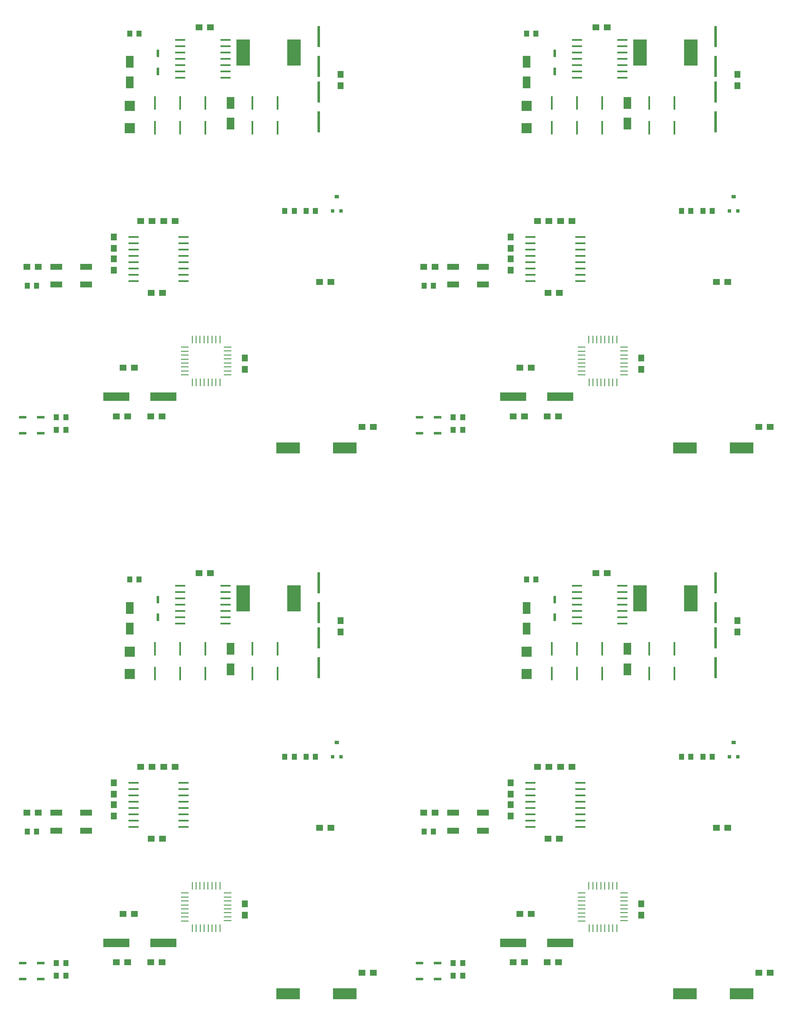
<source format=gbr>
G04 DipTrace 2.1.0.5*
%INTopPastMask.gbr*%
%MOMM*%
%ADD10C,0.25*%
%ADD11C,0.14*%
%ADD12C,0.076*%
%ADD13C,0.5*%
%ADD14C,0.508*%
%ADD15C,1.016*%
%ADD16C,0.75*%
%ADD17C,1.0*%
%ADD18C,0.033*%
%ADD19C,0.475*%
%ADD20R,1.8X0.5*%
%ADD21R,0.5X1.8*%
%ADD22R,5.5X2.0*%
%ADD23R,0.508X3.0*%
%ADD24R,1.524X1.422*%
%ADD25R,0.75X4.5*%
%ADD26R,1.422X1.524*%
%ADD27R,5.0X2.5*%
%ADD28C,1.499*%
%ADD29C,1.651*%
%ADD30C,0.1*%
%ADD31R,1.1X0.9*%
%ADD32R,1.0X0.9*%
%ADD33R,2.35X0.6*%
%ADD34C,2.286*%
%ADD35R,2.6X1.4*%
%ADD36R,1.3X1.5*%
%ADD37R,1.524X1.524*%
%ADD38C,1.524*%
%ADD39R,2.3X2.3*%
%ADD40R,2.997X5.512*%
%ADD41R,2.2X0.6*%
%ADD42R,1.85X2.55*%
%ADD43R,1.778X0.762*%
%ADD44O,1.778X0.762*%
%ADD45R,0.762X1.778*%
%ADD46O,0.762X1.778*%
%ADD47R,1.499X1.499*%
%ADD48C,1.499*%
%ADD49C,0.762*%
%ADD50C,3.0*%
%ADD51C,0.889*%
%ADD52C,0.9*%
%ADD53C,1.27*%
%ADD54C,0.203*%
%ADD55C,1.728*%
%ADD56C,1.32*%
%ADD57C,1.703*%
%ADD58C,1.295*%
%ADD59R,1.703X1.703*%
%ADD60R,1.295X1.295*%
%ADD61O,0.966X1.982*%
%ADD62O,0.558X1.574*%
%ADD63R,0.966X1.982*%
%ADD64R,0.558X1.574*%
%ADD65O,1.982X0.966*%
%ADD66O,1.574X0.558*%
%ADD67R,1.982X0.966*%
%ADD68R,1.574X0.558*%
%ADD69R,2.054X2.754*%
%ADD70R,1.646X2.346*%
%ADD71R,2.404X0.804*%
%ADD72R,1.996X0.396*%
%ADD73R,3.201X5.716*%
%ADD74R,2.793X5.308*%
%ADD75R,2.504X2.504*%
%ADD76R,2.096X2.096*%
%ADD77R,1.728X1.728*%
%ADD78R,1.32X1.32*%
%ADD79R,1.504X1.704*%
%ADD80R,1.096X1.296*%
%ADD81R,2.804X1.604*%
%ADD82R,2.396X1.196*%
%ADD83C,2.49*%
%ADD84C,2.082*%
%ADD85R,2.554X0.804*%
%ADD86R,2.146X0.396*%
%ADD87R,1.204X1.104*%
%ADD88R,0.796X0.696*%
%ADD89R,1.304X1.104*%
%ADD90R,0.896X0.696*%
%ADD91C,1.855*%
%ADD92C,1.447*%
%ADD93C,1.703*%
%ADD94C,1.295*%
%ADD95R,5.204X2.704*%
%ADD96R,4.796X2.296*%
%ADD97R,1.626X1.728*%
%ADD98R,1.218X1.32*%
%ADD99R,0.954X4.704*%
%ADD100R,0.546X4.296*%
%ADD101R,1.728X1.626*%
%ADD102R,1.32X1.218*%
%ADD103R,0.712X3.204*%
%ADD104R,0.304X2.796*%
%ADD105R,5.704X2.204*%
%ADD106R,5.296X1.796*%
%ADD107R,0.704X2.004*%
%ADD108R,0.296X1.596*%
%ADD109R,2.004X0.704*%
%ADD110R,1.596X0.296*%
%ADD111C,0.235*%
%ADD112C,0.314*%
%FSLAX53Y53*%
%SFA1B1*%
%OFA0B0*%
G04*
G71*
G90*
G75*
G01*
%LNTopPaste*%
%LPD*%
D110*
X36516Y41756D3*
Y40956D3*
Y40156D3*
Y39356D3*
Y38556D3*
Y37756D3*
Y36956D3*
Y36156D3*
D108*
X38024Y34664D3*
X38824D3*
X39624D3*
X40424D3*
X41224D3*
X42024D3*
X42824D3*
X43624D3*
D110*
X45116Y36172D3*
Y36972D3*
Y37772D3*
Y38572D3*
Y39372D3*
Y40172D3*
Y40972D3*
Y41772D3*
D108*
X43608Y43264D3*
X42808D3*
X42008D3*
X41208D3*
X40408D3*
X39608D3*
X38808D3*
X38008D3*
D106*
X22703Y31753D3*
X32203D3*
D104*
X40640Y90963D3*
Y85963D3*
D102*
X41656Y106203D3*
X39370D3*
D100*
X63500Y104298D3*
Y98298D3*
D98*
X67945Y96678D3*
Y94392D3*
D96*
X57314Y21433D3*
X68744D3*
D102*
X72238Y25720D3*
X74524D3*
D90*
X67158Y72080D3*
D88*
X66303Y69190D3*
X68028D3*
D86*
X26200Y63933D3*
Y62663D3*
Y61393D3*
Y60123D3*
Y58853D3*
Y57583D3*
Y56313D3*
Y55043D3*
X36250D3*
Y56313D3*
Y57583D3*
Y58853D3*
Y60123D3*
Y61393D3*
Y62663D3*
Y63933D3*
D102*
X34610Y67158D3*
X32324D3*
D98*
X22227Y63982D3*
Y61696D3*
Y59537D3*
Y57251D3*
D102*
X32070Y52710D3*
X29784D3*
X27625Y67158D3*
X29911D3*
D82*
X10637Y57950D3*
Y54350D3*
X16637D3*
Y57950D3*
D102*
X6985D3*
X4699D3*
D80*
X4763Y54139D3*
X6663D3*
D102*
X24100Y37596D3*
X26386D3*
D98*
X48585Y37314D3*
Y39600D3*
D76*
X25400Y85883D3*
Y90383D3*
D74*
X48260Y101123D3*
X58515D3*
D72*
X35557Y103663D3*
Y102393D3*
Y101123D3*
Y99853D3*
Y98583D3*
Y97313D3*
Y96043D3*
X44757D3*
Y97313D3*
Y98583D3*
Y99853D3*
Y101123D3*
Y102393D3*
Y103663D3*
D70*
X45720Y90963D3*
Y86813D3*
D100*
X63500Y87153D3*
Y93153D3*
D104*
X50165Y90963D3*
Y85963D3*
X35560Y90963D3*
Y85963D3*
X30480Y90963D3*
Y85963D3*
X55245Y90963D3*
Y85963D3*
D102*
X22704Y27784D3*
X24990D3*
X31912D3*
X29626D3*
D80*
X12537Y27625D3*
X10637D3*
X12537Y25085D3*
X10637D3*
D68*
X7462Y24450D3*
D66*
X3856D3*
D68*
X7462Y27625D3*
D66*
X3855D3*
D70*
X25400Y99218D3*
Y95068D3*
D80*
X27305Y104933D3*
X25405D3*
D64*
X31115Y97313D3*
D62*
Y100919D3*
D80*
X60966Y69222D3*
X62866D3*
X56679D3*
X58579D3*
D102*
X63665Y54933D3*
X65951D3*
D110*
X116516Y41756D3*
Y40956D3*
Y40156D3*
Y39356D3*
Y38556D3*
Y37756D3*
Y36956D3*
Y36156D3*
D108*
X118024Y34664D3*
X118824D3*
X119624D3*
X120424D3*
X121224D3*
X122024D3*
X122824D3*
X123624D3*
D110*
X125116Y36172D3*
Y36972D3*
Y37772D3*
Y38572D3*
Y39372D3*
Y40172D3*
Y40972D3*
Y41772D3*
D108*
X123608Y43264D3*
X122808D3*
X122008D3*
X121208D3*
X120408D3*
X119608D3*
X118808D3*
X118008D3*
D106*
X102703Y31753D3*
X112203D3*
D104*
X120640Y90963D3*
Y85963D3*
D102*
X121656Y106203D3*
X119370D3*
D100*
X143500Y104298D3*
Y98298D3*
D98*
X147945Y96678D3*
Y94392D3*
D96*
X137314Y21433D3*
X148744D3*
D102*
X152238Y25720D3*
X154524D3*
D90*
X147158Y72080D3*
D88*
X146303Y69190D3*
X148028D3*
D86*
X106200Y63933D3*
Y62663D3*
Y61393D3*
Y60123D3*
Y58853D3*
Y57583D3*
Y56313D3*
Y55043D3*
X116250D3*
Y56313D3*
Y57583D3*
Y58853D3*
Y60123D3*
Y61393D3*
Y62663D3*
Y63933D3*
D102*
X114610Y67158D3*
X112324D3*
D98*
X102227Y63982D3*
Y61696D3*
Y59537D3*
Y57251D3*
D102*
X112070Y52710D3*
X109784D3*
X107625Y67158D3*
X109911D3*
D82*
X90637Y57950D3*
Y54350D3*
X96637D3*
Y57950D3*
D102*
X86985D3*
X84699D3*
D80*
X84763Y54139D3*
X86663D3*
D102*
X104100Y37596D3*
X106386D3*
D98*
X128585Y37314D3*
Y39600D3*
D76*
X105400Y85883D3*
Y90383D3*
D74*
X128260Y101123D3*
X138515D3*
D72*
X115557Y103663D3*
Y102393D3*
Y101123D3*
Y99853D3*
Y98583D3*
Y97313D3*
Y96043D3*
X124757D3*
Y97313D3*
Y98583D3*
Y99853D3*
Y101123D3*
Y102393D3*
Y103663D3*
D70*
X125720Y90963D3*
Y86813D3*
D100*
X143500Y87153D3*
Y93153D3*
D104*
X130165Y90963D3*
Y85963D3*
X115560Y90963D3*
Y85963D3*
X110480Y90963D3*
Y85963D3*
X135245Y90963D3*
Y85963D3*
D102*
X102704Y27784D3*
X104990D3*
X111912D3*
X109626D3*
D80*
X92537Y27625D3*
X90637D3*
X92537Y25085D3*
X90637D3*
D68*
X87462Y24450D3*
D66*
X83856D3*
D68*
X87462Y27625D3*
D66*
X83855D3*
D70*
X105400Y99218D3*
Y95068D3*
D80*
X107305Y104933D3*
X105405D3*
D64*
X111115Y97313D3*
D62*
Y100919D3*
D80*
X140966Y69222D3*
X142866D3*
X136679D3*
X138579D3*
D102*
X143665Y54933D3*
X145951D3*
D110*
X36516Y151756D3*
Y150956D3*
Y150156D3*
Y149356D3*
Y148556D3*
Y147756D3*
Y146956D3*
Y146156D3*
D108*
X38024Y144664D3*
X38824D3*
X39624D3*
X40424D3*
X41224D3*
X42024D3*
X42824D3*
X43624D3*
D110*
X45116Y146172D3*
Y146972D3*
Y147772D3*
Y148572D3*
Y149372D3*
Y150172D3*
Y150972D3*
Y151772D3*
D108*
X43608Y153264D3*
X42808D3*
X42008D3*
X41208D3*
X40408D3*
X39608D3*
X38808D3*
X38008D3*
D106*
X22703Y141753D3*
X32203D3*
D104*
X40640Y200963D3*
Y195963D3*
D102*
X41656Y216203D3*
X39370D3*
D100*
X63500Y214298D3*
Y208298D3*
D98*
X67945Y206678D3*
Y204392D3*
D96*
X57314Y131433D3*
X68744D3*
D102*
X72238Y135720D3*
X74524D3*
D90*
X67158Y182080D3*
D88*
X66303Y179190D3*
X68028D3*
D86*
X26200Y173933D3*
Y172663D3*
Y171393D3*
Y170123D3*
Y168853D3*
Y167583D3*
Y166313D3*
Y165043D3*
X36250D3*
Y166313D3*
Y167583D3*
Y168853D3*
Y170123D3*
Y171393D3*
Y172663D3*
Y173933D3*
D102*
X34610Y177158D3*
X32324D3*
D98*
X22227Y173982D3*
Y171696D3*
Y169537D3*
Y167251D3*
D102*
X32070Y162710D3*
X29784D3*
X27625Y177158D3*
X29911D3*
D82*
X10637Y167950D3*
Y164350D3*
X16637D3*
Y167950D3*
D102*
X6985D3*
X4699D3*
D80*
X4763Y164139D3*
X6663D3*
D102*
X24100Y147596D3*
X26386D3*
D98*
X48585Y147314D3*
Y149600D3*
D76*
X25400Y195883D3*
Y200383D3*
D74*
X48260Y211123D3*
X58515D3*
D72*
X35557Y213663D3*
Y212393D3*
Y211123D3*
Y209853D3*
Y208583D3*
Y207313D3*
Y206043D3*
X44757D3*
Y207313D3*
Y208583D3*
Y209853D3*
Y211123D3*
Y212393D3*
Y213663D3*
D70*
X45720Y200963D3*
Y196813D3*
D100*
X63500Y197153D3*
Y203153D3*
D104*
X50165Y200963D3*
Y195963D3*
X35560Y200963D3*
Y195963D3*
X30480Y200963D3*
Y195963D3*
X55245Y200963D3*
Y195963D3*
D102*
X22704Y137784D3*
X24990D3*
X31912D3*
X29626D3*
D80*
X12537Y137625D3*
X10637D3*
X12537Y135085D3*
X10637D3*
D68*
X7462Y134450D3*
D66*
X3856D3*
D68*
X7462Y137625D3*
D66*
X3855D3*
D70*
X25400Y209218D3*
Y205068D3*
D80*
X27305Y214933D3*
X25405D3*
D64*
X31115Y207313D3*
D62*
Y210919D3*
D80*
X60966Y179222D3*
X62866D3*
X56679D3*
X58579D3*
D102*
X63665Y164933D3*
X65951D3*
D110*
X116516Y151756D3*
Y150956D3*
Y150156D3*
Y149356D3*
Y148556D3*
Y147756D3*
Y146956D3*
Y146156D3*
D108*
X118024Y144664D3*
X118824D3*
X119624D3*
X120424D3*
X121224D3*
X122024D3*
X122824D3*
X123624D3*
D110*
X125116Y146172D3*
Y146972D3*
Y147772D3*
Y148572D3*
Y149372D3*
Y150172D3*
Y150972D3*
Y151772D3*
D108*
X123608Y153264D3*
X122808D3*
X122008D3*
X121208D3*
X120408D3*
X119608D3*
X118808D3*
X118008D3*
D106*
X102703Y141753D3*
X112203D3*
D104*
X120640Y200963D3*
Y195963D3*
D102*
X121656Y216203D3*
X119370D3*
D100*
X143500Y214298D3*
Y208298D3*
D98*
X147945Y206678D3*
Y204392D3*
D96*
X137314Y131433D3*
X148744D3*
D102*
X152238Y135720D3*
X154524D3*
D90*
X147158Y182080D3*
D88*
X146303Y179190D3*
X148028D3*
D86*
X106200Y173933D3*
Y172663D3*
Y171393D3*
Y170123D3*
Y168853D3*
Y167583D3*
Y166313D3*
Y165043D3*
X116250D3*
Y166313D3*
Y167583D3*
Y168853D3*
Y170123D3*
Y171393D3*
Y172663D3*
Y173933D3*
D102*
X114610Y177158D3*
X112324D3*
D98*
X102227Y173982D3*
Y171696D3*
Y169537D3*
Y167251D3*
D102*
X112070Y162710D3*
X109784D3*
X107625Y177158D3*
X109911D3*
D82*
X90637Y167950D3*
Y164350D3*
X96637D3*
Y167950D3*
D102*
X86985D3*
X84699D3*
D80*
X84763Y164139D3*
X86663D3*
D102*
X104100Y147596D3*
X106386D3*
D98*
X128585Y147314D3*
Y149600D3*
D76*
X105400Y195883D3*
Y200383D3*
D74*
X128260Y211123D3*
X138515D3*
D72*
X115557Y213663D3*
Y212393D3*
Y211123D3*
Y209853D3*
Y208583D3*
Y207313D3*
Y206043D3*
X124757D3*
Y207313D3*
Y208583D3*
Y209853D3*
Y211123D3*
Y212393D3*
Y213663D3*
D70*
X125720Y200963D3*
Y196813D3*
D100*
X143500Y197153D3*
Y203153D3*
D104*
X130165Y200963D3*
Y195963D3*
X115560Y200963D3*
Y195963D3*
X110480Y200963D3*
Y195963D3*
X135245Y200963D3*
Y195963D3*
D102*
X102704Y137784D3*
X104990D3*
X111912D3*
X109626D3*
D80*
X92537Y137625D3*
X90637D3*
X92537Y135085D3*
X90637D3*
D68*
X87462Y134450D3*
D66*
X83856D3*
D68*
X87462Y137625D3*
D66*
X83855D3*
D70*
X105400Y209218D3*
Y205068D3*
D80*
X107305Y214933D3*
X105405D3*
D64*
X111115Y207313D3*
D62*
Y210919D3*
D80*
X140966Y179222D3*
X142866D3*
X136679D3*
X138579D3*
D102*
X143665Y164933D3*
X145951D3*
M02*

</source>
